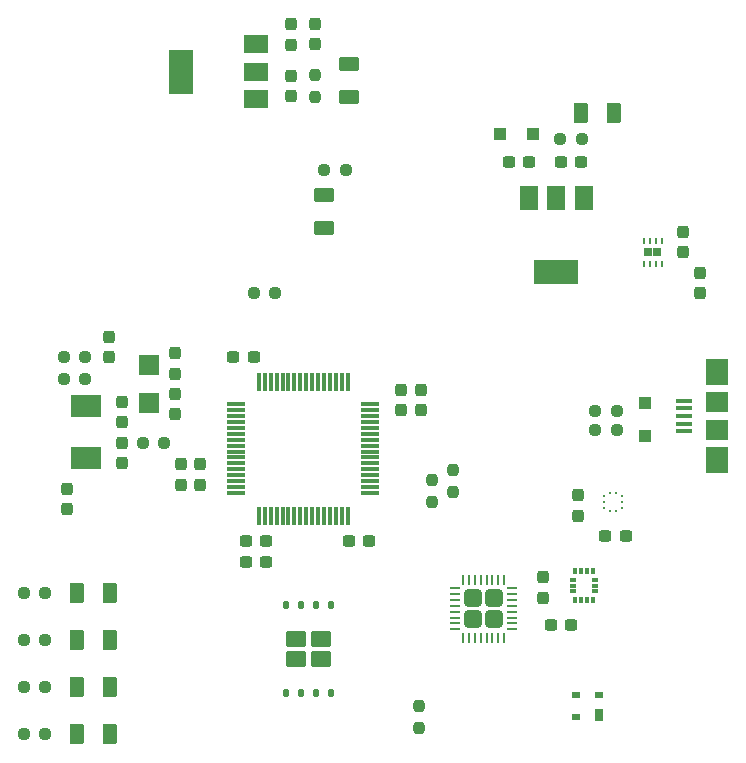
<source format=gbr>
%TF.GenerationSoftware,KiCad,Pcbnew,8.0.0-8.0.0-1~ubuntu22.04.1*%
%TF.CreationDate,2024-03-08T11:34:18-08:00*%
%TF.ProjectId,A1-FlightComputer,41312d46-6c69-4676-9874-436f6d707574,rev?*%
%TF.SameCoordinates,Original*%
%TF.FileFunction,Paste,Top*%
%TF.FilePolarity,Positive*%
%FSLAX46Y46*%
G04 Gerber Fmt 4.6, Leading zero omitted, Abs format (unit mm)*
G04 Created by KiCad (PCBNEW 8.0.0-8.0.0-1~ubuntu22.04.1) date 2024-03-08 11:34:18*
%MOMM*%
%LPD*%
G01*
G04 APERTURE LIST*
G04 Aperture macros list*
%AMRoundRect*
0 Rectangle with rounded corners*
0 $1 Rounding radius*
0 $2 $3 $4 $5 $6 $7 $8 $9 X,Y pos of 4 corners*
0 Add a 4 corners polygon primitive as box body*
4,1,4,$2,$3,$4,$5,$6,$7,$8,$9,$2,$3,0*
0 Add four circle primitives for the rounded corners*
1,1,$1+$1,$2,$3*
1,1,$1+$1,$4,$5*
1,1,$1+$1,$6,$7*
1,1,$1+$1,$8,$9*
0 Add four rect primitives between the rounded corners*
20,1,$1+$1,$2,$3,$4,$5,0*
20,1,$1+$1,$4,$5,$6,$7,0*
20,1,$1+$1,$6,$7,$8,$9,0*
20,1,$1+$1,$8,$9,$2,$3,0*%
G04 Aperture macros list end*
%ADD10RoundRect,0.237500X0.300000X0.237500X-0.300000X0.237500X-0.300000X-0.237500X0.300000X-0.237500X0*%
%ADD11RoundRect,0.237500X-0.237500X0.300000X-0.237500X-0.300000X0.237500X-0.300000X0.237500X0.300000X0*%
%ADD12RoundRect,0.250000X0.375000X0.625000X-0.375000X0.625000X-0.375000X-0.625000X0.375000X-0.625000X0*%
%ADD13RoundRect,0.237500X0.237500X-0.300000X0.237500X0.300000X-0.237500X0.300000X-0.237500X-0.300000X0*%
%ADD14RoundRect,0.237500X-0.250000X-0.237500X0.250000X-0.237500X0.250000X0.237500X-0.250000X0.237500X0*%
%ADD15RoundRect,0.250000X0.625000X-0.375000X0.625000X0.375000X-0.625000X0.375000X-0.625000X-0.375000X0*%
%ADD16RoundRect,0.237500X0.250000X0.237500X-0.250000X0.237500X-0.250000X-0.237500X0.250000X-0.237500X0*%
%ADD17RoundRect,0.237500X-0.237500X0.250000X-0.237500X-0.250000X0.237500X-0.250000X0.237500X0.250000X0*%
%ADD18RoundRect,0.250000X0.615000X-0.435000X0.615000X0.435000X-0.615000X0.435000X-0.615000X-0.435000X0*%
%ADD19RoundRect,0.125000X0.125000X-0.200000X0.125000X0.200000X-0.125000X0.200000X-0.125000X-0.200000X0*%
%ADD20R,1.800000X1.750000*%
%ADD21RoundRect,0.075000X-0.700000X-0.075000X0.700000X-0.075000X0.700000X0.075000X-0.700000X0.075000X0*%
%ADD22RoundRect,0.075000X-0.075000X-0.700000X0.075000X-0.700000X0.075000X0.700000X-0.075000X0.700000X0*%
%ADD23RoundRect,0.250000X-0.300000X0.300000X-0.300000X-0.300000X0.300000X-0.300000X0.300000X0.300000X0*%
%ADD24R,2.500000X1.900000*%
%ADD25R,1.400000X0.400000*%
%ADD26R,1.900000X2.300000*%
%ADD27R,1.900000X1.800000*%
%ADD28R,1.500000X2.000000*%
%ADD29R,3.800000X2.000000*%
%ADD30RoundRect,0.237500X-0.300000X-0.237500X0.300000X-0.237500X0.300000X0.237500X-0.300000X0.237500X0*%
%ADD31RoundRect,0.250000X-0.625000X0.375000X-0.625000X-0.375000X0.625000X-0.375000X0.625000X0.375000X0*%
%ADD32R,0.351536X0.576580*%
%ADD33R,0.576580X0.351536*%
%ADD34RoundRect,0.250000X0.475000X-0.475000X0.475000X0.475000X-0.475000X0.475000X-0.475000X-0.475000X0*%
%ADD35RoundRect,0.062500X0.062500X-0.375000X0.062500X0.375000X-0.062500X0.375000X-0.062500X-0.375000X0*%
%ADD36RoundRect,0.062500X0.375000X-0.062500X0.375000X0.062500X-0.375000X0.062500X-0.375000X-0.062500X0*%
%ADD37R,0.650000X0.750000*%
%ADD38R,0.250000X0.500000*%
%ADD39RoundRect,0.237500X0.237500X-0.250000X0.237500X0.250000X-0.237500X0.250000X-0.237500X-0.250000X0*%
%ADD40R,0.254000X0.279400*%
%ADD41R,0.279400X0.254000*%
%ADD42R,2.000000X1.500000*%
%ADD43R,2.000000X3.800000*%
%ADD44R,0.700000X1.000000*%
%ADD45R,0.700000X0.600000*%
%ADD46RoundRect,0.250000X0.300000X0.300000X-0.300000X0.300000X-0.300000X-0.300000X0.300000X-0.300000X0*%
G04 APERTURE END LIST*
D10*
%TO.C,C207*%
X152551300Y-89692000D03*
X150826300Y-89692000D03*
%TD*%
D11*
%TO.C,C304*%
X175950000Y-92787500D03*
X175950000Y-94512500D03*
%TD*%
D12*
%TO.C,D303*%
X139311200Y-98098000D03*
X136511200Y-98098000D03*
%TD*%
D13*
%TO.C,C401*%
X156646400Y-47679300D03*
X156646400Y-45954300D03*
%TD*%
D14*
%TO.C,R201*%
X135402700Y-75960800D03*
X137227700Y-75960800D03*
%TD*%
D12*
%TO.C,D304*%
X139311200Y-94098000D03*
X136511200Y-94098000D03*
%TD*%
%TO.C,D301*%
X139311200Y-106098000D03*
X136511200Y-106098000D03*
%TD*%
D14*
%TO.C,R203*%
X151487500Y-68700000D03*
X153312500Y-68700000D03*
%TD*%
D15*
%TO.C,D201*%
X157460600Y-63214600D03*
X157460600Y-60414600D03*
%TD*%
D16*
%TO.C,R306*%
X133823700Y-98098000D03*
X131998700Y-98098000D03*
%TD*%
D13*
%TO.C,C302*%
X178917600Y-87579200D03*
X178917600Y-85854200D03*
%TD*%
D14*
%TO.C,R204*%
X142089500Y-81381600D03*
X143914500Y-81381600D03*
%TD*%
D11*
%TO.C,C214*%
X163982400Y-76912300D03*
X163982400Y-78637300D03*
%TD*%
D17*
%TO.C,R402*%
X156646400Y-50271200D03*
X156646400Y-52096200D03*
%TD*%
D18*
%TO.C,U202*%
X155058800Y-99697600D03*
X157208800Y-99697600D03*
X155058800Y-97997600D03*
X157208800Y-97997600D03*
D19*
X154228800Y-102597600D03*
X155498800Y-102597600D03*
X156768800Y-102597600D03*
X158038800Y-102597600D03*
X158038800Y-95097600D03*
X156768800Y-95097600D03*
X155498800Y-95097600D03*
X154228800Y-95097600D03*
%TD*%
D11*
%TO.C,C201*%
X144840000Y-73813500D03*
X144840000Y-75538500D03*
%TD*%
D20*
%TO.C,Y201*%
X142655600Y-78028200D03*
X142655600Y-74778200D03*
%TD*%
D13*
%TO.C,C305*%
X189313869Y-68752900D03*
X189313869Y-67027900D03*
%TD*%
D17*
%TO.C,R303*%
X165505000Y-103710000D03*
X165505000Y-105535000D03*
%TD*%
D10*
%TO.C,C402*%
X174824000Y-57658800D03*
X173099000Y-57658800D03*
%TD*%
D21*
%TO.C,U201*%
X150003000Y-78139400D03*
X150003000Y-78639400D03*
X150003000Y-79139400D03*
X150003000Y-79639400D03*
X150003000Y-80139400D03*
X150003000Y-80639400D03*
X150003000Y-81139400D03*
X150003000Y-81639400D03*
X150003000Y-82139400D03*
X150003000Y-82639400D03*
X150003000Y-83139400D03*
X150003000Y-83639400D03*
X150003000Y-84139400D03*
X150003000Y-84639400D03*
X150003000Y-85139400D03*
X150003000Y-85639400D03*
D22*
X151928000Y-87564400D03*
X152428000Y-87564400D03*
X152928000Y-87564400D03*
X153428000Y-87564400D03*
X153928000Y-87564400D03*
X154428000Y-87564400D03*
X154928000Y-87564400D03*
X155428000Y-87564400D03*
X155928000Y-87564400D03*
X156428000Y-87564400D03*
X156928000Y-87564400D03*
X157428000Y-87564400D03*
X157928000Y-87564400D03*
X158428000Y-87564400D03*
X158928000Y-87564400D03*
X159428000Y-87564400D03*
D21*
X161353000Y-85639400D03*
X161353000Y-85139400D03*
X161353000Y-84639400D03*
X161353000Y-84139400D03*
X161353000Y-83639400D03*
X161353000Y-83139400D03*
X161353000Y-82639400D03*
X161353000Y-82139400D03*
X161353000Y-81639400D03*
X161353000Y-81139400D03*
X161353000Y-80639400D03*
X161353000Y-80139400D03*
X161353000Y-79639400D03*
X161353000Y-79139400D03*
X161353000Y-78639400D03*
X161353000Y-78139400D03*
D22*
X159428000Y-76214400D03*
X158928000Y-76214400D03*
X158428000Y-76214400D03*
X157928000Y-76214400D03*
X157428000Y-76214400D03*
X156928000Y-76214400D03*
X156428000Y-76214400D03*
X155928000Y-76214400D03*
X155428000Y-76214400D03*
X154928000Y-76214400D03*
X154428000Y-76214400D03*
X153928000Y-76214400D03*
X153428000Y-76214400D03*
X152928000Y-76214400D03*
X152428000Y-76214400D03*
X151928000Y-76214400D03*
%TD*%
D11*
%TO.C,C306*%
X187858800Y-63514300D03*
X187858800Y-65239300D03*
%TD*%
%TO.C,C405*%
X154665200Y-50323100D03*
X154665200Y-52048100D03*
%TD*%
D23*
%TO.C,D404*%
X184612600Y-78033100D03*
X184612600Y-80833100D03*
%TD*%
D24*
%TO.C,Y202*%
X137312400Y-82702400D03*
X137312400Y-78302400D03*
%TD*%
D25*
%TO.C,J402*%
X187889500Y-80432600D03*
X187889500Y-79782600D03*
X187889500Y-79132600D03*
X187889500Y-78482600D03*
X187889500Y-77832600D03*
D26*
X190739500Y-82882600D03*
D27*
X190739500Y-80282600D03*
X190739500Y-77982600D03*
D26*
X190739500Y-75382600D03*
%TD*%
D13*
%TO.C,C212*%
X145293600Y-84958500D03*
X145293600Y-83233500D03*
%TD*%
D12*
%TO.C,D402*%
X179215600Y-53450000D03*
X182015600Y-53450000D03*
%TD*%
D28*
%TO.C,U401*%
X179410000Y-60655600D03*
X177110000Y-60655600D03*
D29*
X177110000Y-66955600D03*
D28*
X174810000Y-60655600D03*
%TD*%
D30*
%TO.C,C210*%
X149749700Y-74121400D03*
X151474700Y-74121400D03*
%TD*%
D14*
%TO.C,R401*%
X177414800Y-55677600D03*
X179239800Y-55677600D03*
%TD*%
D16*
%TO.C,R305*%
X133823700Y-102098000D03*
X131998700Y-102098000D03*
%TD*%
D31*
%TO.C,D403*%
X159550000Y-49350000D03*
X159550000Y-52150000D03*
%TD*%
D14*
%TO.C,R206*%
X180397100Y-78675400D03*
X182222100Y-78675400D03*
%TD*%
D30*
%TO.C,C404*%
X177466700Y-57658800D03*
X179191700Y-57658800D03*
%TD*%
D32*
%TO.C,U302*%
X180200000Y-92279400D03*
X179699999Y-92279400D03*
X179199999Y-92279400D03*
X178699998Y-92279400D03*
D33*
X178493699Y-92989701D03*
X178493699Y-93489700D03*
X178493699Y-93989699D03*
D32*
X178699998Y-94700000D03*
X179199999Y-94700000D03*
X179699999Y-94700000D03*
X180200000Y-94700000D03*
D33*
X180406299Y-93989699D03*
X180406299Y-93489700D03*
X180406299Y-92989701D03*
%TD*%
D10*
%TO.C,C209*%
X161238100Y-89712800D03*
X159513100Y-89712800D03*
%TD*%
D14*
%TO.C,R205*%
X180399000Y-80301000D03*
X182224000Y-80301000D03*
%TD*%
D30*
%TO.C,C301*%
X181255500Y-89255600D03*
X182980500Y-89255600D03*
%TD*%
D16*
%TO.C,R304*%
X133823700Y-106098000D03*
X131998700Y-106098000D03*
%TD*%
D14*
%TO.C,R202*%
X135402700Y-74160800D03*
X137227700Y-74160800D03*
%TD*%
D34*
%TO.C,U304*%
X170050000Y-96350000D03*
X171850000Y-96350000D03*
X170050000Y-94550000D03*
X171850000Y-94550000D03*
D35*
X169200000Y-97887500D03*
X169700000Y-97887500D03*
X170200000Y-97887500D03*
X170700000Y-97887500D03*
X171200000Y-97887500D03*
X171700000Y-97887500D03*
X172200000Y-97887500D03*
X172700000Y-97887500D03*
D36*
X173387500Y-97200000D03*
X173387500Y-96700000D03*
X173387500Y-96200000D03*
X173387500Y-95700000D03*
X173387500Y-95200000D03*
X173387500Y-94700000D03*
X173387500Y-94200000D03*
X173387500Y-93700000D03*
D35*
X172700000Y-93012500D03*
X172200000Y-93012500D03*
X171700000Y-93012500D03*
X171200000Y-93012500D03*
X170700000Y-93012500D03*
X170200000Y-93012500D03*
X169700000Y-93012500D03*
X169200000Y-93012500D03*
D36*
X168512500Y-93700000D03*
X168512500Y-94200000D03*
X168512500Y-94700000D03*
X168512500Y-95200000D03*
X168512500Y-95700000D03*
X168512500Y-96200000D03*
X168512500Y-96700000D03*
X168512500Y-97200000D03*
%TD*%
D13*
%TO.C,C204*%
X140372200Y-83107700D03*
X140372200Y-81382700D03*
%TD*%
%TO.C,C211*%
X146970000Y-84958500D03*
X146970000Y-83233500D03*
%TD*%
D37*
%TO.C,U303*%
X185668000Y-65271593D03*
X184868000Y-65271593D03*
D38*
X186018000Y-64321593D03*
X185518000Y-64321593D03*
X185018000Y-64321593D03*
X184518000Y-64321593D03*
X184518000Y-66221593D03*
X185018000Y-66221593D03*
X185518000Y-66221593D03*
X186018000Y-66221593D03*
%TD*%
D16*
%TO.C,R307*%
X133823700Y-94098000D03*
X131998700Y-94098000D03*
%TD*%
D11*
%TO.C,C203*%
X140372200Y-77928300D03*
X140372200Y-79653300D03*
%TD*%
D13*
%TO.C,C202*%
X144840000Y-78992900D03*
X144840000Y-77267900D03*
%TD*%
D39*
%TO.C,R301*%
X166624000Y-86408900D03*
X166624000Y-84583900D03*
%TD*%
D40*
%TO.C,U301*%
X181668237Y-87178374D03*
X182168363Y-87178374D03*
D41*
X182667600Y-86929200D03*
X182667600Y-86429074D03*
X182667600Y-85928948D03*
D40*
X182168363Y-85679774D03*
X181668237Y-85679774D03*
D41*
X181169000Y-85928948D03*
X181169000Y-86429074D03*
X181169000Y-86929200D03*
%TD*%
D11*
%TO.C,C205*%
X135686800Y-85294300D03*
X135686800Y-87019300D03*
%TD*%
D16*
%TO.C,R207*%
X159268600Y-58309400D03*
X157443600Y-58309400D03*
%TD*%
D11*
%TO.C,C213*%
X165658800Y-76912300D03*
X165658800Y-78637300D03*
%TD*%
%TO.C,C206*%
X139265200Y-72433100D03*
X139265200Y-74158100D03*
%TD*%
D17*
%TO.C,R302*%
X168402000Y-83720300D03*
X168402000Y-85545300D03*
%TD*%
D10*
%TO.C,C303*%
X178362500Y-96800000D03*
X176637500Y-96800000D03*
%TD*%
D12*
%TO.C,D302*%
X139311200Y-102098000D03*
X136511200Y-102098000D03*
%TD*%
D42*
%TO.C,U402*%
X151668400Y-52266400D03*
X151668400Y-49966400D03*
D43*
X145368400Y-49966400D03*
D42*
X151668400Y-47666400D03*
%TD*%
D44*
%TO.C,Q301*%
X180750000Y-104450000D03*
D45*
X180750000Y-102750000D03*
X178750000Y-102750000D03*
X178750000Y-104650000D03*
%TD*%
D46*
%TO.C,D401*%
X175100000Y-55248800D03*
X172300000Y-55248800D03*
%TD*%
D13*
%TO.C,C403*%
X154665200Y-47680400D03*
X154665200Y-45955400D03*
%TD*%
D10*
%TO.C,C208*%
X152551300Y-91490800D03*
X150826300Y-91490800D03*
%TD*%
M02*

</source>
